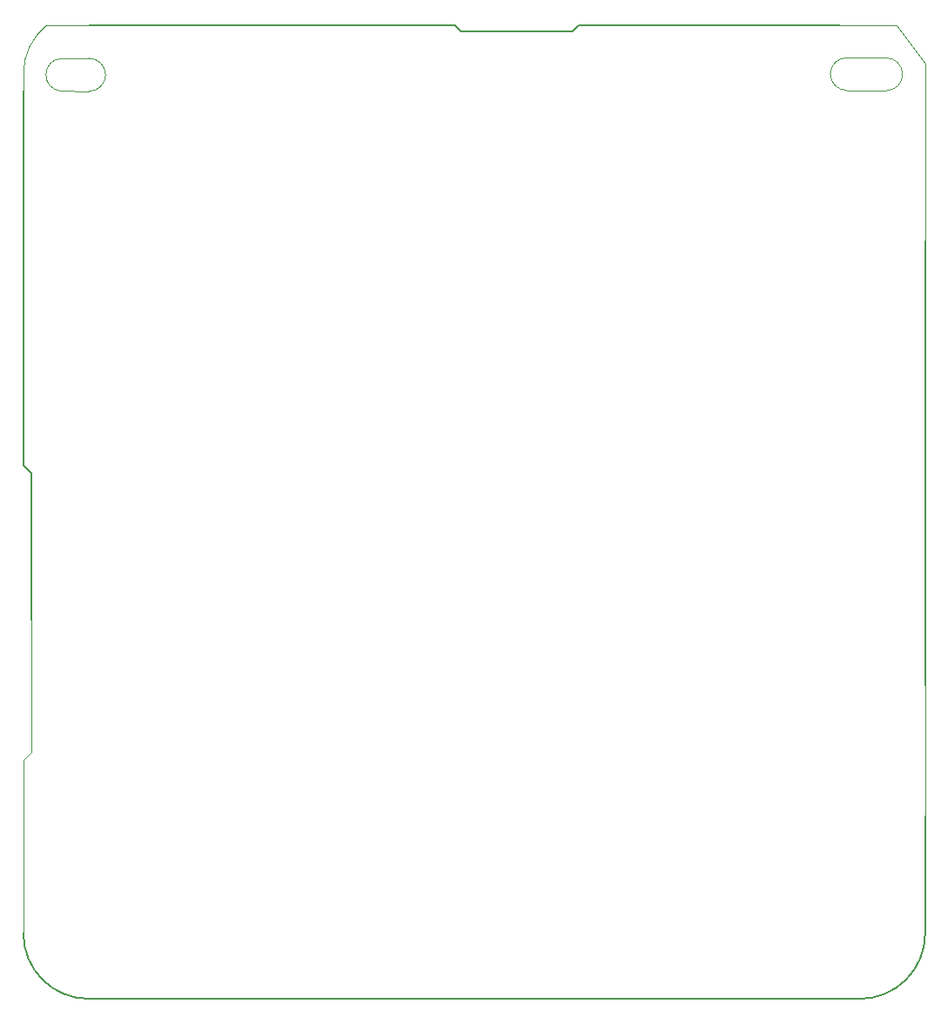
<source format=gbr>
%TF.GenerationSoftware,KiCad,Pcbnew,(6.0.7)*%
%TF.CreationDate,2023-03-29T01:01:16-07:00*%
%TF.ProjectId,battery_board_v1,62617474-6572-4795-9f62-6f6172645f76,rev?*%
%TF.SameCoordinates,Original*%
%TF.FileFunction,Profile,NP*%
%FSLAX46Y46*%
G04 Gerber Fmt 4.6, Leading zero omitted, Abs format (unit mm)*
G04 Created by KiCad (PCBNEW (6.0.7)) date 2023-03-29 01:01:16*
%MOMM*%
%LPD*%
G01*
G04 APERTURE LIST*
%TA.AperFunction,Profile*%
%ADD10C,0.100000*%
%TD*%
%TA.AperFunction,Profile*%
%ADD11C,0.150000*%
%TD*%
G04 APERTURE END LIST*
D10*
X190158162Y-40989322D02*
X195598162Y-41004322D01*
D11*
X117133162Y-135604322D02*
X166663162Y-135604322D01*
X192063162Y-135604262D02*
G75*
G03*
X198413162Y-129254322I38J6349962D01*
G01*
X117133162Y-40989322D02*
X120308162Y-40989322D01*
D10*
X110796633Y-45661423D02*
X110783162Y-47339322D01*
X113061598Y-41014845D02*
X117133162Y-40989322D01*
D11*
X198413162Y-105124322D02*
X198413162Y-61944322D01*
D10*
X113061595Y-41014841D02*
G75*
G03*
X110796633Y-45661423I3685005J-4671559D01*
G01*
D11*
X164123162Y-41624322D02*
X164758162Y-40989322D01*
D10*
X117173162Y-47429278D02*
G75*
G03*
X117173162Y-44229322I38J1599978D01*
G01*
X111545162Y-111594322D02*
X110783162Y-112364322D01*
X198413162Y-105124322D02*
X198413162Y-117824322D01*
X198413162Y-61944322D02*
X198398162Y-44754322D01*
D11*
X110783162Y-83788322D02*
X111545162Y-84550322D01*
X110783178Y-129254322D02*
G75*
G03*
X117133162Y-135604322I6350022J22D01*
G01*
X153328162Y-41624322D02*
X152693162Y-40989322D01*
X110783162Y-47339322D02*
X110783162Y-83788322D01*
D10*
X110783162Y-129254322D02*
X110783162Y-112364322D01*
D11*
X198413162Y-129254322D02*
X198413162Y-117824322D01*
D10*
X190773162Y-47329322D02*
X194623162Y-47379322D01*
D11*
X192063162Y-135604322D02*
X166663162Y-135604322D01*
X111545162Y-98774322D02*
X111545162Y-84550322D01*
D10*
X114472939Y-44255106D02*
X117173162Y-44229322D01*
X195598162Y-41004322D02*
X198398162Y-44754322D01*
D11*
X164758162Y-40989322D02*
X190158162Y-40989322D01*
D10*
X194623162Y-44179322D02*
X190823137Y-44180115D01*
D11*
X152693162Y-40989322D02*
X120308162Y-40989322D01*
D10*
X194623162Y-47379278D02*
G75*
G03*
X194623162Y-44179322I38J1599978D01*
G01*
X114472935Y-44255023D02*
G75*
G03*
X114422964Y-47404313I84165J-1576377D01*
G01*
X190823138Y-44180070D02*
G75*
G03*
X190773162Y-47329322I-49938J-1574230D01*
G01*
X111545162Y-98774322D02*
X111545162Y-111594322D01*
X114422964Y-47404313D02*
X117173162Y-47429322D01*
D11*
X164123162Y-41624322D02*
X153328162Y-41624322D01*
M02*

</source>
